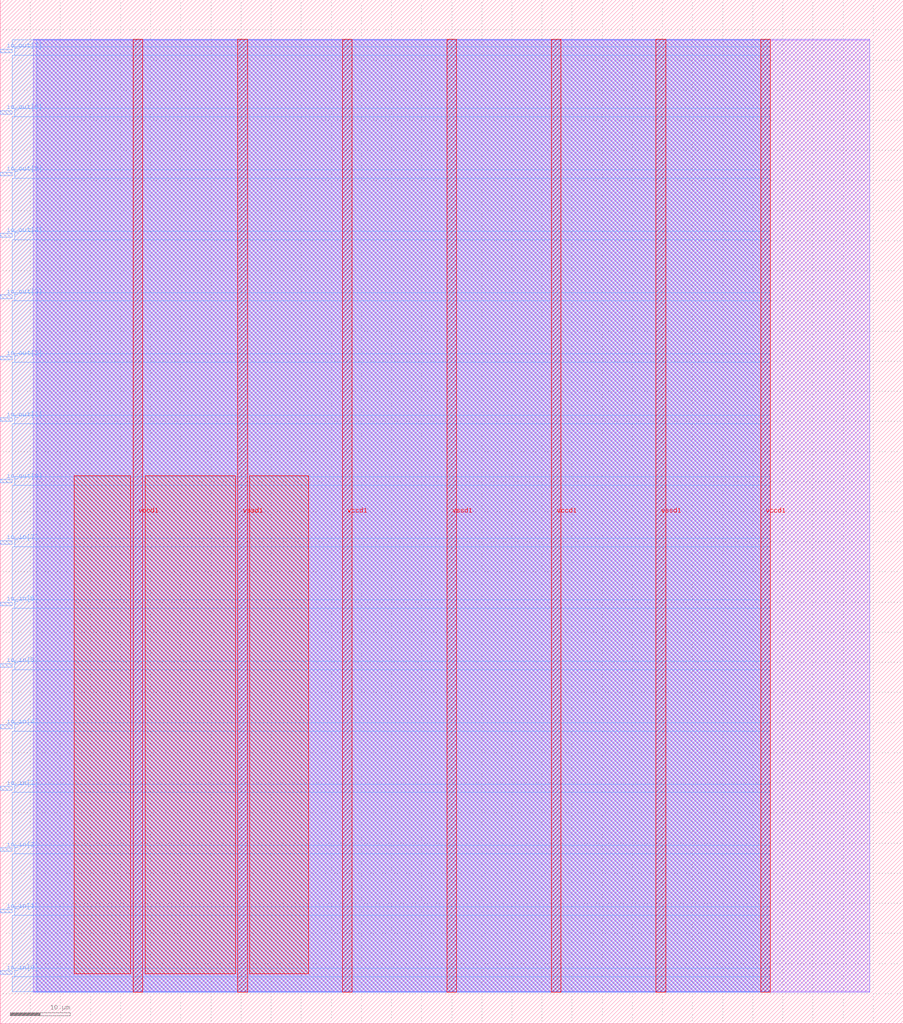
<source format=lef>
VERSION 5.7 ;
  NOWIREEXTENSIONATPIN ON ;
  DIVIDERCHAR "/" ;
  BUSBITCHARS "[]" ;
MACRO user_module_349901899339661908
  CLASS BLOCK ;
  FOREIGN user_module_349901899339661908 ;
  ORIGIN 0.000 0.000 ;
  SIZE 150.000 BY 170.000 ;
  PIN io_in[0]
    DIRECTION INPUT ;
    USE SIGNAL ;
    PORT
      LAYER met3 ;
        RECT 0.000 8.200 2.000 8.800 ;
    END
  END io_in[0]
  PIN io_in[1]
    DIRECTION INPUT ;
    USE SIGNAL ;
    PORT
      LAYER met3 ;
        RECT 0.000 18.400 2.000 19.000 ;
    END
  END io_in[1]
  PIN io_in[2]
    DIRECTION INPUT ;
    USE SIGNAL ;
    PORT
      LAYER met3 ;
        RECT 0.000 28.600 2.000 29.200 ;
    END
  END io_in[2]
  PIN io_in[3]
    DIRECTION INPUT ;
    USE SIGNAL ;
    PORT
      LAYER met3 ;
        RECT 0.000 38.800 2.000 39.400 ;
    END
  END io_in[3]
  PIN io_in[4]
    DIRECTION INPUT ;
    USE SIGNAL ;
    PORT
      LAYER met3 ;
        RECT 0.000 49.000 2.000 49.600 ;
    END
  END io_in[4]
  PIN io_in[5]
    DIRECTION INPUT ;
    USE SIGNAL ;
    PORT
      LAYER met3 ;
        RECT 0.000 59.200 2.000 59.800 ;
    END
  END io_in[5]
  PIN io_in[6]
    DIRECTION INPUT ;
    USE SIGNAL ;
    PORT
      LAYER met3 ;
        RECT 0.000 69.400 2.000 70.000 ;
    END
  END io_in[6]
  PIN io_in[7]
    DIRECTION INPUT ;
    USE SIGNAL ;
    PORT
      LAYER met3 ;
        RECT 0.000 79.600 2.000 80.200 ;
    END
  END io_in[7]
  PIN io_out[0]
    DIRECTION OUTPUT TRISTATE ;
    USE SIGNAL ;
    PORT
      LAYER met3 ;
        RECT 0.000 89.800 2.000 90.400 ;
    END
  END io_out[0]
  PIN io_out[1]
    DIRECTION OUTPUT TRISTATE ;
    USE SIGNAL ;
    PORT
      LAYER met3 ;
        RECT 0.000 100.000 2.000 100.600 ;
    END
  END io_out[1]
  PIN io_out[2]
    DIRECTION OUTPUT TRISTATE ;
    USE SIGNAL ;
    PORT
      LAYER met3 ;
        RECT 0.000 110.200 2.000 110.800 ;
    END
  END io_out[2]
  PIN io_out[3]
    DIRECTION OUTPUT TRISTATE ;
    USE SIGNAL ;
    PORT
      LAYER met3 ;
        RECT 0.000 120.400 2.000 121.000 ;
    END
  END io_out[3]
  PIN io_out[4]
    DIRECTION OUTPUT TRISTATE ;
    USE SIGNAL ;
    PORT
      LAYER met3 ;
        RECT 0.000 130.600 2.000 131.200 ;
    END
  END io_out[4]
  PIN io_out[5]
    DIRECTION OUTPUT TRISTATE ;
    USE SIGNAL ;
    PORT
      LAYER met3 ;
        RECT 0.000 140.800 2.000 141.400 ;
    END
  END io_out[5]
  PIN io_out[6]
    DIRECTION OUTPUT TRISTATE ;
    USE SIGNAL ;
    PORT
      LAYER met3 ;
        RECT 0.000 151.000 2.000 151.600 ;
    END
  END io_out[6]
  PIN io_out[7]
    DIRECTION OUTPUT TRISTATE ;
    USE SIGNAL ;
    PORT
      LAYER met3 ;
        RECT 0.000 161.200 2.000 161.800 ;
    END
  END io_out[7]
  PIN vccd1
    DIRECTION INOUT ;
    USE POWER ;
    PORT
      LAYER met4 ;
        RECT 22.090 5.200 23.690 163.440 ;
    END
    PORT
      LAYER met4 ;
        RECT 56.830 5.200 58.430 163.440 ;
    END
    PORT
      LAYER met4 ;
        RECT 91.570 5.200 93.170 163.440 ;
    END
    PORT
      LAYER met4 ;
        RECT 126.310 5.200 127.910 163.440 ;
    END
  END vccd1
  PIN vssd1
    DIRECTION INOUT ;
    USE GROUND ;
    PORT
      LAYER met4 ;
        RECT 39.460 5.200 41.060 163.440 ;
    END
    PORT
      LAYER met4 ;
        RECT 74.200 5.200 75.800 163.440 ;
    END
    PORT
      LAYER met4 ;
        RECT 108.940 5.200 110.540 163.440 ;
    END
  END vssd1
  OBS
      LAYER li1 ;
        RECT 5.520 5.355 144.440 163.285 ;
      LAYER met1 ;
        RECT 5.520 5.200 144.440 163.440 ;
      LAYER met2 ;
        RECT 6.070 5.255 127.880 163.385 ;
      LAYER met3 ;
        RECT 2.000 162.200 127.900 163.365 ;
        RECT 2.400 160.800 127.900 162.200 ;
        RECT 2.000 152.000 127.900 160.800 ;
        RECT 2.400 150.600 127.900 152.000 ;
        RECT 2.000 141.800 127.900 150.600 ;
        RECT 2.400 140.400 127.900 141.800 ;
        RECT 2.000 131.600 127.900 140.400 ;
        RECT 2.400 130.200 127.900 131.600 ;
        RECT 2.000 121.400 127.900 130.200 ;
        RECT 2.400 120.000 127.900 121.400 ;
        RECT 2.000 111.200 127.900 120.000 ;
        RECT 2.400 109.800 127.900 111.200 ;
        RECT 2.000 101.000 127.900 109.800 ;
        RECT 2.400 99.600 127.900 101.000 ;
        RECT 2.000 90.800 127.900 99.600 ;
        RECT 2.400 89.400 127.900 90.800 ;
        RECT 2.000 80.600 127.900 89.400 ;
        RECT 2.400 79.200 127.900 80.600 ;
        RECT 2.000 70.400 127.900 79.200 ;
        RECT 2.400 69.000 127.900 70.400 ;
        RECT 2.000 60.200 127.900 69.000 ;
        RECT 2.400 58.800 127.900 60.200 ;
        RECT 2.000 50.000 127.900 58.800 ;
        RECT 2.400 48.600 127.900 50.000 ;
        RECT 2.000 39.800 127.900 48.600 ;
        RECT 2.400 38.400 127.900 39.800 ;
        RECT 2.000 29.600 127.900 38.400 ;
        RECT 2.400 28.200 127.900 29.600 ;
        RECT 2.000 19.400 127.900 28.200 ;
        RECT 2.400 18.000 127.900 19.400 ;
        RECT 2.000 9.200 127.900 18.000 ;
        RECT 2.400 7.800 127.900 9.200 ;
        RECT 2.000 5.275 127.900 7.800 ;
      LAYER met4 ;
        RECT 12.255 8.335 21.690 90.945 ;
        RECT 24.090 8.335 39.060 90.945 ;
        RECT 41.460 8.335 51.225 90.945 ;
  END
END user_module_349901899339661908
END LIBRARY


</source>
